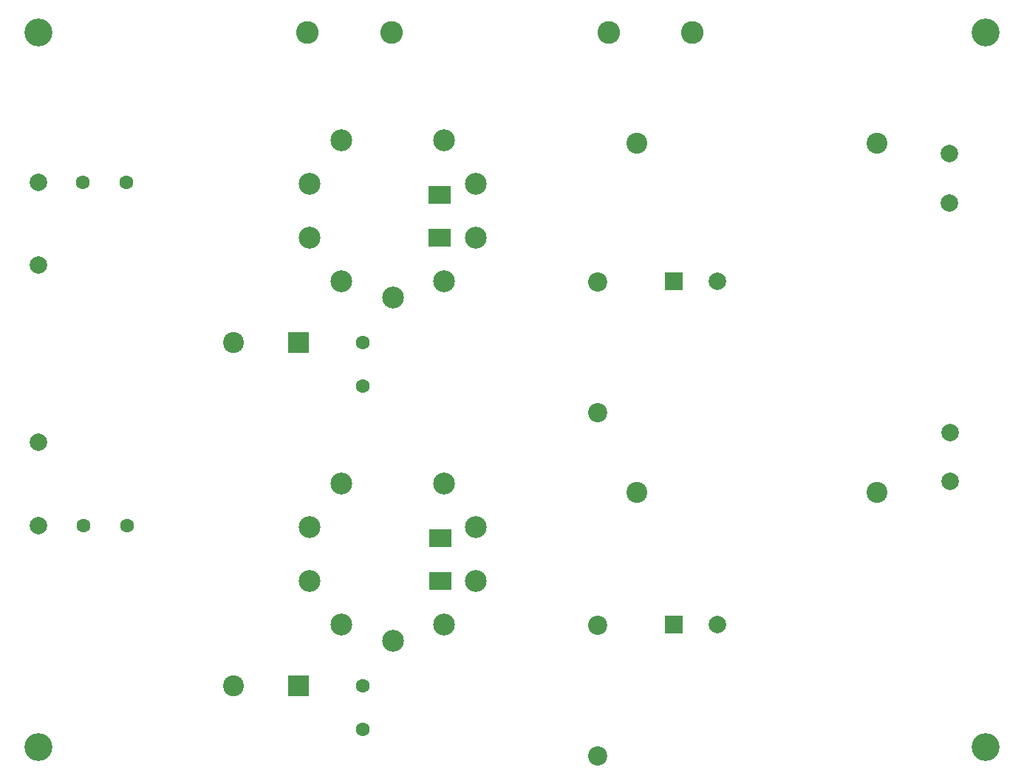
<source format=gbr>
G04 #@! TF.GenerationSoftware,KiCad,Pcbnew,(5.1.10-0-10_14)*
G04 #@! TF.CreationDate,2021-08-01T17:54:09+02:00*
G04 #@! TF.ProjectId,pre-amp-ecc88,7072652d-616d-4702-9d65-636338382e6b,rev?*
G04 #@! TF.SameCoordinates,Original*
G04 #@! TF.FileFunction,Soldermask,Bot*
G04 #@! TF.FilePolarity,Negative*
%FSLAX46Y46*%
G04 Gerber Fmt 4.6, Leading zero omitted, Abs format (unit mm)*
G04 Created by KiCad (PCBNEW (5.1.10-0-10_14)) date 2021-08-01 17:54:09*
%MOMM*%
%LPD*%
G01*
G04 APERTURE LIST*
%ADD10C,2.000000*%
%ADD11R,2.000000X2.000000*%
%ADD12C,2.499360*%
%ADD13R,2.600000X2.100000*%
%ADD14C,2.400000*%
%ADD15R,2.400000X2.400000*%
%ADD16C,1.600000*%
%ADD17C,2.600000*%
%ADD18C,2.200000*%
%ADD19C,3.200000*%
G04 APERTURE END LIST*
D10*
X121636800Y-104749600D03*
D11*
X116636800Y-104749600D03*
D10*
X121636800Y-144119600D03*
D11*
X116636800Y-144119600D03*
D12*
X78562200Y-88519000D03*
X74930000Y-93522800D03*
X74930000Y-99695000D03*
X78562200Y-104698800D03*
X84439760Y-106608880D03*
X90317320Y-104698800D03*
X93949520Y-99695000D03*
X93949520Y-93522800D03*
X90317320Y-88519000D03*
X78562200Y-127889000D03*
X74930000Y-132892800D03*
X74930000Y-139065000D03*
X78562200Y-144068800D03*
X84439760Y-145978880D03*
X90317320Y-144068800D03*
X93949520Y-139065000D03*
X93949520Y-132892800D03*
X90317320Y-127889000D03*
D13*
X89789000Y-99732000D03*
X89789000Y-94832000D03*
X89916000Y-139065000D03*
X89916000Y-134165000D03*
D14*
X112395000Y-88900000D03*
X139895000Y-88900000D03*
X112395000Y-128905000D03*
X139895000Y-128905000D03*
X66160000Y-111760000D03*
D15*
X73660000Y-111760000D03*
D16*
X81026000Y-116760000D03*
X81026000Y-111760000D03*
D14*
X66160000Y-151130000D03*
D15*
X73660000Y-151130000D03*
D16*
X81026000Y-156130000D03*
X81026000Y-151130000D03*
D10*
X148209000Y-90106500D03*
X148209000Y-95758000D03*
D17*
X74676000Y-76200000D03*
X84328000Y-76200000D03*
D10*
X43815000Y-102870000D03*
X43815000Y-93345000D03*
D18*
X107886500Y-119775000D03*
X107886500Y-104775000D03*
D16*
X48895000Y-93345000D03*
X53895000Y-93345000D03*
D10*
X148272500Y-127698500D03*
X148272500Y-122047000D03*
D17*
X109220000Y-76200000D03*
X118745000Y-76200000D03*
D10*
X43815000Y-123190000D03*
X43815000Y-132715000D03*
D19*
X152400000Y-76200000D03*
X152400000Y-158115000D03*
X43815000Y-158115000D03*
X43815000Y-76200000D03*
D18*
X107886500Y-159145000D03*
X107886500Y-144145000D03*
D16*
X48975000Y-132715000D03*
X53975000Y-132715000D03*
M02*

</source>
